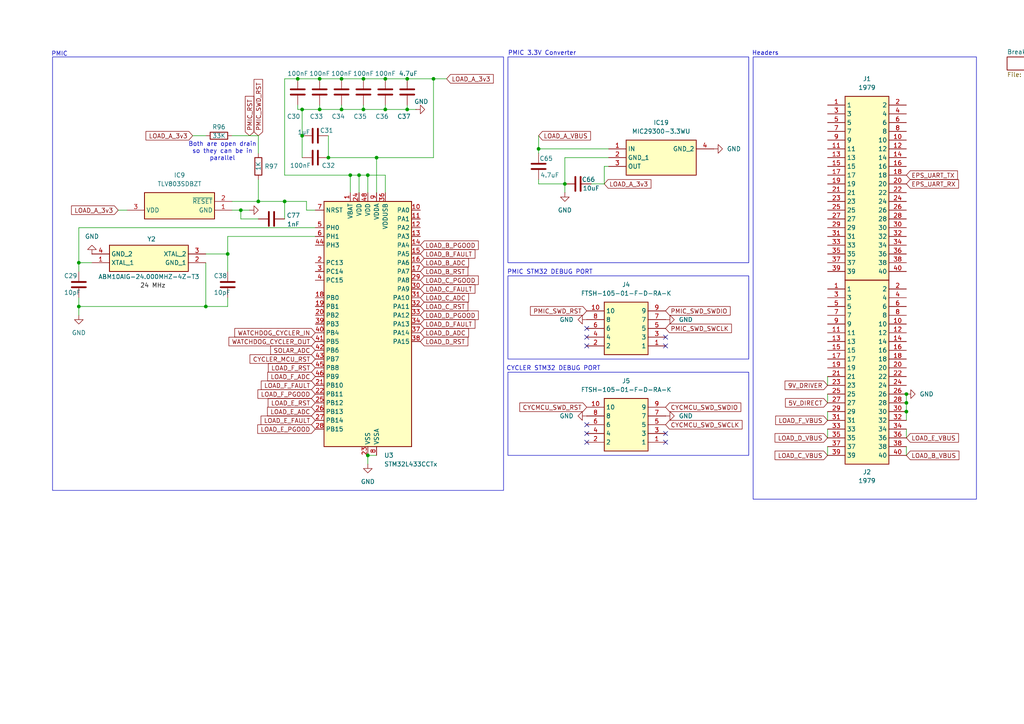
<source format=kicad_sch>
(kicad_sch (version 20231120) (generator "eeschema") (generator_version "8.0")
  (paper "A4")
  (title_block (title "Medford's CubeSat - Electrical Power System - Logic"))
  (lib_symbols
    (symbol "1979:1979"
      (property "Reference" "J" (at 19.05 7.62 0))
      (property "Value" "1979" (at 19.05 5.08 0))
      (symbol "1979_1_1"
        (rectangle (start 5.08 2.54) (end 17.78 -50.8) (stroke (width 0.254)) (fill (type background)))
        (pin passive line (at 0 0 0) (length 5.08) (name "1") (number "1"))
        (pin passive line (at 22.86 -10.16 180) (length 5.08) (name "10") (number "10"))
        (pin passive line (at 0 -12.7 0) (length 5.08) (name "11") (number "11"))
        (pin passive line (at 22.86 -12.7 180) (length 5.08) (name "12") (number "12"))
        (pin passive line (at 0 -15.24 0) (length 5.08) (name "13") (number "13"))
        (pin passive line (at 22.86 -15.24 180) (length 5.08) (name "14") (number "14"))
        (pin passive line (at 0 -17.78 0) (length 5.08) (name "15") (number "15"))
        (pin passive line (at 22.86 -17.78 180) (length 5.08) (name "16") (number "16"))
        (pin passive line (at 0 -20.32 0) (length 5.08) (name "17") (number "17"))
        (pin passive line (at 22.86 -20.32 180) (length 5.08) (name "18") (number "18"))
        (pin passive line (at 0 -22.86 0) (length 5.08) (name "19") (number "19"))
        (pin passive line (at 22.86 0 180) (length 5.08) (name "2") (number "2"))
        (pin passive line (at 22.86 -22.86 180) (length 5.08) (name "20") (number "20"))
        (pin passive line (at 0 -25.4 0) (length 5.08) (name "21") (number "21"))
        (pin passive line (at 22.86 -25.4 180) (length 5.08) (name "22") (number "22"))
        (pin passive line (at 0 -27.94 0) (length 5.08) (name "23") (number "23"))
        (pin passive line (at 22.86 -27.94 180) (length 5.08) (name "24") (number "24"))
        (pin passive line (at 0 -30.48 0) (length 5.08) (name "25") (number "25"))
        (pin passive line (at 22.86 -30.48 180) (length 5.08) (name "26") (number "26"))
        (pin passive line (at 0 -33.02 0) (length 5.08) (name "27") (number "27"))
        (pin passive line (at 22.86 -33.02 180) (length 5.08) (name "28") (number "28"))
        (pin passive line (at 0 -35.56 0) (length 5.08) (name "29") (number "29"))
        (pin passive line (at 0 -2.54 0) (length 5.08) (name "3") (number "3"))
        (pin passive line (at 22.86 -35.56 180) (length 5.08) (name "30") (number "30"))
        (pin passive line (at 0 -38.1 0) (length 5.08) (name "31") (number "31"))
        (pin passive line (at 22.86 -38.1 180) (length 5.08) (name "32") (number "32"))
        (pin passive line (at 0 -40.64 0) (length 5.08) (name "33") (number "33"))
        (pin passive line (at 22.86 -40.64 180) (length 5.08) (name "34") (number "34"))
        (pin passive line (at 0 -43.18 0) (length 5.08) (name "35") (number "35"))
        (pin passive line (at 22.86 -43.18 180) (length 5.08) (name "36") (number "36"))
        (pin passive line (at 0 -45.72 0) (length 5.08) (name "37") (number "37"))
        (pin passive line (at 22.86 -45.72 180) (length 5.08) (name "38") (number "38"))
        (pin passive line (at 0 -48.26 0) (length 5.08) (name "39") (number "39"))
        (pin passive line (at 22.86 -2.54 180) (length 5.08) (name "4") (number "4"))
        (pin passive line (at 22.86 -48.26 180) (length 5.08) (name "40") (number "40"))
        (pin passive line (at 0 -5.08 0) (length 5.08) (name "5") (number "5"))
        (pin passive line (at 22.86 -5.08 180) (length 5.08) (name "6") (number "6"))
        (pin passive line (at 0 -7.62 0) (length 5.08) (name "7") (number "7"))
        (pin passive line (at 22.86 -7.62 180) (length 5.08) (name "8") (number "8"))
        (pin passive line (at 0 -10.16 0) (length 5.08) (name "9") (number "9"))
      )
    )
    (symbol "ABM10AIG-24_000MHZ-4Z-T3:ABM10AIG-24.000MHZ-4Z-T3"
      (property "Reference" "Y" (at 29.21 7.62 0))
      (property "Value" "ABM10AIG-24.000MHZ-4Z-T3" (at 29.21 5.08 0))
      (symbol "ABM10AIG-24.000MHZ-4Z-T3_1_1"
        (rectangle (start 5.08 2.54) (end 27.94 -5.08) (stroke (width 0.254)) (fill (type background)))
        (pin passive line (at 0 -2.54 0) (length 5.08) (name "XTAL_1") (number "1"))
        (pin passive line (at 33.02 -2.54 180) (length 5.08) (name "GND_1") (number "2"))
        (pin passive line (at 33.02 0 180) (length 5.08) (name "XTAL_2") (number "3"))
        (pin passive line (at 0 0 0) (length 5.08) (name "GND_2") (number "4"))
      )
    )
    (symbol "Device:C" (pin_numbers hide) (pin_names (offset 0.254))
      (property "Reference" "C" (at 0.635 2.54 0))
      (property "Value" "C" (at 0.635 -2.54 0))
      (symbol "C_0_1"
        (polyline (pts (xy -2.032 -0.762) (xy 2.032 -0.762)) (stroke (width 0.508)))
        (polyline (pts (xy -2.032 0.762) (xy 2.032 0.762)) (stroke (width 0.508)))
      )
      (symbol "C_1_1"
        (pin passive line (at 0 3.81 270) (length 2.794) (name "~") (number "1"))
        (pin passive line (at 0 -3.81 90) (length 2.794) (name "~") (number "2"))
      )
    )
    (symbol "Device:R" (pin_numbers hide) (pin_names (offset 0))
      (property "Reference" "R" (at 2.032 0 90))
      (property "Value" "R" (at 0 0 90))
      (symbol "R_0_1"
        (rectangle (start -1.016 -2.54) (end 1.016 2.54) (stroke (width 0.254)))
      )
      (symbol "R_1_1"
        (pin passive line (at 0 3.81 270) (length 1.27) (name "~") (number "1"))
        (pin passive line (at 0 -3.81 90) (length 1.27) (name "~") (number "2"))
      )
    )
    (symbol "FTSH-105-01-F-D-RA-K:FTSH-105-01-F-D-RA-K"
      (property "Reference" "J" (at 19.05 7.62 0))
      (property "Value" "FTSH-105-01-F-D-RA-K" (at 19.05 5.08 0))
      (symbol "FTSH-105-01-F-D-RA-K_1_1"
        (rectangle (start 5.08 2.54) (end 17.78 -12.7) (stroke (width 0.254)) (fill (type background)))
        (pin passive line (at 0 0 0) (length 5.08) (name "1") (number "1"))
        (pin passive line (at 22.86 -10.16 180) (length 5.08) (name "10") (number "10"))
        (pin passive line (at 22.86 0 180) (length 5.08) (name "2") (number "2"))
        (pin passive line (at 0 -2.54 0) (length 5.08) (name "3") (number "3"))
        (pin passive line (at 22.86 -2.54 180) (length 5.08) (name "4") (number "4"))
        (pin passive line (at 0 -5.08 0) (length 5.08) (name "5") (number "5"))
        (pin passive line (at 22.86 -5.08 180) (length 5.08) (name "6") (number "6"))
        (pin passive line (at 0 -7.62 0) (length 5.08) (name "7") (number "7"))
        (pin passive line (at 22.86 -7.62 180) (length 5.08) (name "8") (number "8"))
        (pin passive line (at 0 -10.16 0) (length 5.08) (name "9") (number "9"))
      )
    )
    (symbol "MCU_ST_STM32L4:STM32L433CCTx"
      (property "Reference" "U" (at -12.7 36.83 0))
      (property "Value" "STM32L433CCTx" (at 7.62 36.83 0))
      (symbol "STM32L433CCTx_0_1"
        (rectangle (start -12.7 -35.56) (end 12.7 35.56) (stroke (width 0.254)) (fill (type background)))
      )
      (symbol "STM32L433CCTx_1_1"
        (pin power_in line (at -5.08 38.1 270) (length 2.54) (name "VBAT") (number "1"))
        (pin bidirectional line (at 15.24 33.02 180) (length 2.54) (name "PA0") (number "10"))
        (pin bidirectional line (at 15.24 30.48 180) (length 2.54) (name "PA1") (number "11"))
        (pin bidirectional line (at 15.24 27.94 180) (length 2.54) (name "PA2") (number "12"))
        (pin bidirectional line (at 15.24 25.4 180) (length 2.54) (name "PA3") (number "13"))
        (pin bidirectional line (at 15.24 22.86 180) (length 2.54) (name "PA4") (number "14"))
        (pin bidirectional line (at 15.24 20.32 180) (length 2.54) (name "PA5") (number "15"))
        (pin bidirectional line (at 15.24 17.78 180) (length 2.54) (name "PA6") (number "16"))
        (pin bidirectional line (at 15.24 15.24 180) (length 2.54) (name "PA7") (number "17"))
        (pin bidirectional line (at -15.24 7.62 0) (length 2.54) (name "PB0") (number "18"))
        (pin bidirectional line (at -15.24 5.08 0) (length 2.54) (name "PB1") (number "19"))
        (pin bidirectional line (at -15.24 17.78 0) (length 2.54) (name "PC13") (number "2"))
        (pin bidirectional line (at -15.24 2.54 0) (length 2.54) (name "PB2") (number "20"))
        (pin bidirectional line (at -15.24 -17.78 0) (length 2.54) (name "PB10") (number "21"))
        (pin bidirectional line (at -15.24 -20.32 0) (length 2.54) (name "PB11") (number "22"))
        (pin power_in line (at 0 -38.1 90) (length 2.54) (name "VSS") (number "23"))
        (pin power_in line (at -2.54 38.1 270) (length 2.54) (name "VDD") (number "24"))
        (pin bidirectional line (at -15.24 -22.86 0) (length 2.54) (name "PB12") (number "25"))
        (pin bidirectional line (at -15.24 -25.4 0) (length 2.54) (name "PB13") (number "26"))
        (pin bidirectional line (at -15.24 -27.94 0) (length 2.54) (name "PB14") (number "27"))
        (pin bidirectional line (at -15.24 -30.48 0) (length 2.54) (name "PB15") (number "28"))
        (pin bidirectional line (at 15.24 12.7 180) (length 2.54) (name "PA8") (number "29"))
        (pin bidirectional line (at -15.24 15.24 0) (length 2.54) (name "PC14") (number "3"))
        (pin bidirectional line (at 15.24 10.16 180) (length 2.54) (name "PA9") (number "30"))
        (pin bidirectional line (at 15.24 7.62 180) (length 2.54) (name "PA10") (number "31"))
        (pin bidirectional line (at 15.24 5.08 180) (length 2.54) (name "PA11") (number "32"))
        (pin bidirectional line (at 15.24 2.54 180) (length 2.54) (name "PA12") (number "33"))
        (pin bidirectional line (at 15.24 0 180) (length 2.54) (name "PA13") (number "34"))
        (pin passive line (at 0 -38.1 90) (length 2.54) hide (name "VSS") (number "35"))
        (pin power_in line (at 5.08 38.1 270) (length 2.54) (name "VDDUSB") (number "36"))
        (pin bidirectional line (at 15.24 -2.54 180) (length 2.54) (name "PA14") (number "37"))
        (pin bidirectional line (at 15.24 -5.08 180) (length 2.54) (name "PA15") (number "38"))
        (pin bidirectional line (at -15.24 0 0) (length 2.54) (name "PB3") (number "39"))
        (pin bidirectional line (at -15.24 12.7 0) (length 2.54) (name "PC15") (number "4"))
        (pin bidirectional line (at -15.24 -2.54 0) (length 2.54) (name "PB4") (number "40"))
        (pin bidirectional line (at -15.24 -5.08 0) (length 2.54) (name "PB5") (number "41"))
        (pin bidirectional line (at -15.24 -7.62 0) (length 2.54) (name "PB6") (number "42"))
        (pin bidirectional line (at -15.24 -10.16 0) (length 2.54) (name "PB7") (number "43"))
        (pin bidirectional line (at -15.24 22.86 0) (length 2.54) (name "PH3") (number "44"))
        (pin bidirectional line (at -15.24 -12.7 0) (length 2.54) (name "PB8") (number "45"))
        (pin bidirectional line (at -15.24 -15.24 0) (length 2.54) (name "PB9") (number "46"))
        (pin passive line (at 0 -38.1 90) (length 2.54) hide (name "VSS") (number "47"))
        (pin power_in line (at 0 38.1 270) (length 2.54) (name "VDD") (number "48"))
        (pin bidirectional line (at -15.24 27.94 0) (length 2.54) (name "PH0") (number "5"))
        (pin bidirectional line (at -15.24 25.4 0) (length 2.54) (name "PH1") (number "6"))
        (pin input line (at -15.24 33.02 0) (length 2.54) (name "NRST") (number "7"))
        (pin power_in line (at 2.54 -38.1 90) (length 2.54) (name "VSSA") (number "8"))
        (pin power_in line (at 2.54 38.1 270) (length 2.54) (name "VDDA") (number "9"))
      )
    )
    (symbol "MIC29300-3_3WU:MIC29300-3.3WU"
      (property "Reference" "IC" (at 26.67 7.62 0))
      (property "Value" "MIC29300-3.3WU" (at 26.67 5.08 0))
      (symbol "MIC29300-3.3WU_1_1"
        (rectangle (start 5.08 2.54) (end 25.4 -7.62) (stroke (width 0.254)) (fill (type background)))
        (pin passive line (at 0 0 0) (length 5.08) (name "IN") (number "1"))
        (pin passive line (at 0 -2.54 0) (length 5.08) (name "GND_1") (number "2"))
        (pin passive line (at 0 -5.08 0) (length 5.08) (name "OUT") (number "3"))
        (pin passive line (at 30.48 0 180) (length 5.08) (name "GND_2") (number "4"))
      )
    )
    (symbol "TLV803SDBZT:TLV803SDBZT"
      (property "Reference" "IC" (at 26.67 7.62 0))
      (property "Value" "TLV803SDBZT" (at 26.67 5.08 0))
      (symbol "TLV803SDBZT_1_1"
        (rectangle (start 5.08 2.54) (end 25.4 -5.08) (stroke (width 0.254)) (fill (type background)))
        (pin power_in line (at 0 0 0) (length 5.08) (name "GND") (number "1"))
        (pin output line (at 0 -2.54 0) (length 5.08) (name "~{RESET}") (number "2"))
        (pin power_in line (at 30.48 0 180) (length 5.08) (name "VDD") (number "3"))
      )
    )
    (symbol "power:GND" (power) (pin_numbers hide) (pin_names (offset 0) hide)
      (property "Value" "GND" (at 0 -3.81 0))
      (symbol "GND_0_1"
        (polyline (pts (xy 0 0) (xy 0 -1.27) (xy 1.27 -1.27) (xy 0 -2.54) (xy -1.27 -1.27) (xy 0 -1.27)))
      )
      (symbol "GND_1_1"
        (pin power_in line (at 0 0 270) (length 0) (name "~") (number "1"))
      )
    )
  )
  (junction (at 86.36 22.86))
  (junction (at 105.41 22.86))
  (junction (at 92.71 22.86))
  (junction (at 69.85 60.96))
  (junction (at 99.06 31.75))
  (junction (at 87.63 31.75))
  (junction (at 262.89 114.3))
  (junction (at 66.04 73.66))
  (junction (at 156.21 43.18))
  (junction (at 118.11 22.86))
  (junction (at 111.76 31.75))
  (junction (at 101.6 50.8))
  (junction (at 106.68 50.8))
  (junction (at 104.14 50.8))
  (junction (at 59.69 88.9))
  (junction (at 111.76 22.86))
  (junction (at 105.41 31.75))
  (junction (at 118.11 31.75))
  (junction (at 22.86 76.2))
  (junction (at 74.93 58.42))
  (junction (at 95.25 45.72))
  (junction (at 22.86 88.9))
  (junction (at 125.73 22.86))
  (junction (at 262.89 116.84))
  (junction (at 106.68 132.08))
  (junction (at 87.63 39.37))
  (junction (at 99.06 22.86))
  (junction (at 262.89 119.38))
  (junction (at 163.83 53.34))
  (junction (at 82.55 58.42))
  (junction (at 92.71 31.75))
  (junction (at 109.22 45.72))
  (no_connect (at 170.18 123.19))
  (no_connect (at 193.04 100.33))
  (no_connect (at 170.18 128.27))
  (no_connect (at 193.04 128.27))
  (no_connect (at 170.18 97.79))
  (no_connect (at 193.04 97.79))
  (no_connect (at 170.18 125.73))
  (no_connect (at 193.04 125.73))
  (no_connect (at 170.18 95.25))
  (no_connect (at 170.18 100.33))
  (wire (pts (xy 262.89 124.46) (xy 262.89 127)))
  (wire (pts (xy 156.21 43.18) (xy 176.53 43.18)))
  (wire (pts (xy 99.06 22.86) (xy 92.71 22.86)))
  (wire (pts (xy 74.93 58.42) (xy 67.31 58.42)))
  (wire (pts (xy 106.68 132.08) (xy 109.22 132.08)))
  (wire (pts (xy 111.76 22.86) (xy 105.41 22.86)))
  (wire (pts (xy 111.76 31.75) (xy 111.76 30.48)))
  (wire (pts (xy 118.11 31.75) (xy 120.65 31.75)))
  (wire (pts (xy 87.63 39.37) (xy 87.63 45.72)))
  (wire (pts (xy 92.71 31.75) (xy 87.63 31.75)))
  (wire (pts (xy 104.14 50.8) (xy 101.6 50.8)))
  (wire (pts (xy 262.89 119.38) (xy 262.89 121.92)))
  (wire (pts (xy 262.89 116.84) (xy 262.89 119.38)))
  (wire (pts (xy 118.11 31.75) (xy 118.11 30.48)))
  (wire (pts (xy 240.03 129.54) (xy 240.03 132.08)))
  (wire (pts (xy 156.21 52.07) (xy 156.21 53.34)))
  (wire (pts (xy 22.86 76.2) (xy 26.67 76.2)))
  (wire (pts (xy 104.14 50.8) (xy 104.14 55.88)))
  (wire (pts (xy 82.55 22.86) (xy 82.55 50.8)))
  (wire (pts (xy 129.54 22.86) (xy 125.73 22.86)))
  (wire (pts (xy 163.83 55.88) (xy 163.83 53.34)))
  (wire (pts (xy 82.55 50.8) (xy 101.6 50.8)))
  (wire (pts (xy 66.04 68.58) (xy 66.04 73.66)))
  (wire (pts (xy 106.68 50.8) (xy 106.68 55.88)))
  (wire (pts (xy 101.6 50.8) (xy 101.6 55.88)))
  (wire (pts (xy 105.41 31.75) (xy 105.41 30.48)))
  (wire (pts (xy 22.86 88.9) (xy 59.69 88.9)))
  (wire (pts (xy 92.71 22.86) (xy 86.36 22.86)))
  (wire (pts (xy 69.85 60.96) (xy 67.31 60.96)))
  (wire (pts (xy 240.03 109.22) (xy 240.03 111.76)))
  (wire (pts (xy 262.89 114.3) (xy 262.89 116.84)))
  (wire (pts (xy 59.69 76.2) (xy 59.69 88.9)))
  (wire (pts (xy 59.69 88.9) (xy 66.04 88.9)))
  (wire (pts (xy 109.22 45.72) (xy 125.73 45.72)))
  (wire (pts (xy 74.93 52.07) (xy 74.93 58.42)))
  (wire (pts (xy 156.21 39.37) (xy 156.21 43.18)))
  (wire (pts (xy 66.04 73.66) (xy 66.04 78.74)))
  (wire (pts (xy 82.55 58.42) (xy 88.9 58.42)))
  (wire (pts (xy 240.03 119.38) (xy 240.03 121.92)))
  (wire (pts (xy 87.63 31.75) (xy 87.63 39.37)))
  (wire (pts (xy 175.26 48.26) (xy 175.26 53.34)))
  (wire (pts (xy 34.29 60.96) (xy 36.83 60.96)))
  (wire (pts (xy 92.71 30.48) (xy 92.71 31.75)))
  (wire (pts (xy 95.25 45.72) (xy 109.22 45.72)))
  (wire (pts (xy 118.11 22.86) (xy 125.73 22.86)))
  (wire (pts (xy 105.41 31.75) (xy 111.76 31.75)))
  (wire (pts (xy 74.93 39.37) (xy 74.93 44.45)))
  (wire (pts (xy 156.21 53.34) (xy 163.83 53.34)))
  (wire (pts (xy 66.04 86.36) (xy 66.04 88.9)))
  (wire (pts (xy 95.25 39.37) (xy 95.25 45.72)))
  (wire (pts (xy 118.11 22.86) (xy 111.76 22.86)))
  (wire (pts (xy 72.39 60.96) (xy 69.85 60.96)))
  (wire (pts (xy 106.68 132.08) (xy 106.68 134.62)))
  (wire (pts (xy 22.86 76.2) (xy 22.86 78.74)))
  (wire (pts (xy 74.93 58.42) (xy 82.55 58.42)))
  (wire (pts (xy 99.06 31.75) (xy 99.06 30.48)))
  (wire (pts (xy 175.26 48.26) (xy 176.53 48.26)))
  (wire (pts (xy 99.06 31.75) (xy 105.41 31.75)))
  (wire (pts (xy 69.85 63.5) (xy 69.85 60.96)))
  (wire (pts (xy 66.04 68.58) (xy 91.44 68.58)))
  (wire (pts (xy 22.86 66.04) (xy 91.44 66.04)))
  (wire (pts (xy 106.68 50.8) (xy 111.76 50.8)))
  (wire (pts (xy 22.86 66.04) (xy 22.86 76.2)))
  (wire (pts (xy 175.26 53.34) (xy 171.45 53.34)))
  (wire (pts (xy 163.83 53.34) (xy 163.83 45.72)))
  (wire (pts (xy 111.76 50.8) (xy 111.76 55.88)))
  (wire (pts (xy 82.55 22.86) (xy 86.36 22.86)))
  (wire (pts (xy 156.21 43.18) (xy 156.21 44.45)))
  (wire (pts (xy 67.31 39.37) (xy 74.93 39.37)))
  (wire (pts (xy 88.9 60.96) (xy 91.44 60.96)))
  (wire (pts (xy 262.89 129.54) (xy 262.89 132.08)))
  (wire (pts (xy 22.86 88.9) (xy 22.86 91.44)))
  (wire (pts (xy 74.93 63.5) (xy 69.85 63.5)))
  (wire (pts (xy 59.69 73.66) (xy 66.04 73.66)))
  (wire (pts (xy 111.76 31.75) (xy 118.11 31.75)))
  (wire (pts (xy 86.36 31.75) (xy 86.36 30.48)))
  (wire (pts (xy 87.63 31.75) (xy 86.36 31.75)))
  (wire (pts (xy 163.83 45.72) (xy 176.53 45.72)))
  (wire (pts (xy 22.86 86.36) (xy 22.86 88.9)))
  (wire (pts (xy 105.41 22.86) (xy 99.06 22.86)))
  (wire (pts (xy 125.73 22.86) (xy 125.73 45.72)))
  (wire (pts (xy 59.69 39.37) (xy 55.88 39.37)))
  (wire (pts (xy 92.71 31.75) (xy 99.06 31.75)))
  (wire (pts (xy 240.03 124.46) (xy 240.03 127)))
  (wire (pts (xy 240.03 114.3) (xy 240.03 116.84)))
  (wire (pts (xy 104.14 50.8) (xy 106.68 50.8)))
  (wire (pts (xy 109.22 45.72) (xy 109.22 55.88)))
  (wire (pts (xy 82.55 58.42) (xy 82.55 63.5)))
  (wire (pts (xy 88.9 58.42) (xy 88.9 60.96)))
  (rectangle (start 147.32 107.95) (end 217.17 132.08))
  (rectangle (start 218.44 16.51) (end 283.21 144.78))
  (rectangle (start 15.24 16.51) (end 146.05 142.24))
  (rectangle (start 147.32 16.51) (end 217.17 76.2))
  (rectangle (start 147.32 80.01) (end 217.17 104.14))
  (text "Both are open drain\nso they can be in\nparallel" (at 64.516 43.942 0) (effects (font (size 1.27 1.27))))
  (text "Headers" (at 221.996 15.494 0) (effects (font (size 1.27 1.27))))
  (text "CYCLER STM32 DEBUG PORT" (at 160.528 106.934 0) (effects (font (size 1.27 1.27))))
  (text "PMIC 3.3V Converter" (at 157.226 15.494 0) (effects (font (size 1.27 1.27))))
  (text "PMIC" (at 17.272 15.748 0) (effects (font (size 1.27 1.27))))
  (text "PMIC STM32 DEBUG PORT" (at 159.512 78.994 0) (effects (font (size 1.27 1.27))))
  (label "24 MHz" (at 40.64 83.82 0))
  (global_label "CYCLER_MCU_RST" (shape input) (at 91.44 104.14 180) (property "Intersheetrefs" "${INTERSHEET_REFS}" (effects (hide yes))))
  (global_label "9V_DRIVER" (shape input) (at 240.03 111.76 180) (property "Intersheetrefs" "${INTERSHEET_REFS}" (effects (hide yes))))
  (global_label "LOAD_B_ADC" (shape input) (at 121.92 76.2 0) (property "Intersheetrefs" "${INTERSHEET_REFS}" (effects (hide yes))))
  (global_label "LOAD_E_PGOOD" (shape input) (at 91.44 124.46 180) (property "Intersheetrefs" "${INTERSHEET_REFS}" (effects (hide yes))))
  (global_label "SOLAR_ADC" (shape input) (at 91.44 101.6 180) (property "Intersheetrefs" "${INTERSHEET_REFS}" (effects (hide yes))))
  (global_label "LOAD_D_FAULT" (shape input) (at 121.92 93.98 0) (property "Intersheetrefs" "${INTERSHEET_REFS}" (effects (hide yes))))
  (global_label "LOAD_C_VBUS" (shape input) (at 240.03 132.08 180) (property "Intersheetrefs" "${INTERSHEET_REFS}" (effects (hide yes))))
  (global_label "LOAD_E_ADC" (shape input) (at 91.44 119.38 180) (property "Intersheetrefs" "${INTERSHEET_REFS}" (effects (hide yes))))
  (global_label "LOAD_E_RST" (shape input) (at 91.44 116.84 180) (property "Intersheetrefs" "${INTERSHEET_REFS}" (effects (hide yes))))
  (global_label "EPS_UART_RX" (shape input) (at 262.89 53.34 0) (property "Intersheetrefs" "${INTERSHEET_REFS}" (effects (hide yes))))
  (global_label "WATCHDOG_CYCLER_IN" (shape input) (at 91.44 96.52 180) (property "Intersheetrefs" "${INTERSHEET_REFS}" (effects (hide yes))))
  (global_label "LOAD_F_ADC" (shape input) (at 91.44 109.22 180) (property "Intersheetrefs" "${INTERSHEET_REFS}" (effects (hide yes))))
  (global_label "LOAD_E_VBUS" (shape input) (at 262.89 127 0) (property "Intersheetrefs" "${INTERSHEET_REFS}" (effects (hide yes))))
  (global_label "LOAD_E_FAULT" (shape input) (at 91.44 121.92 180) (property "Intersheetrefs" "${INTERSHEET_REFS}" (effects (hide yes))))
  (global_label "5V_DIRECT" (shape input) (at 240.03 116.84 180) (property "Intersheetrefs" "${INTERSHEET_REFS}" (effects (hide yes))))
  (global_label "CYCMCU_SWD_SWDIO" (shape input) (at 193.04 118.11 0) (property "Intersheetrefs" "${INTERSHEET_REFS}" (effects (hide yes))))
  (global_label "LOAD_B_FAULT" (shape input) (at 121.92 73.66 0) (property "Intersheetrefs" "${INTERSHEET_REFS}" (effects (hide yes))))
  (global_label "LOAD_D_VBUS" (shape input) (at 240.03 127 180) (property "Intersheetrefs" "${INTERSHEET_REFS}" (effects (hide yes))))
  (global_label "LOAD_B_PGOOD" (shape input) (at 121.92 71.12 0) (property "Intersheetrefs" "${INTERSHEET_REFS}" (effects (hide yes))))
  (global_label "LOAD_C_RST" (shape input) (at 121.92 88.9 0) (property "Intersheetrefs" "${INTERSHEET_REFS}" (effects (hide yes))))
  (global_label "WATCHDOG_CYCLER_OUT" (shape input) (at 91.44 99.06 180) (property "Intersheetrefs" "${INTERSHEET_REFS}" (effects (hide yes))))
  (global_label "PMIC_SWD_SWCLK" (shape input) (at 193.04 95.25 0) (property "Intersheetrefs" "${INTERSHEET_REFS}" (effects (hide yes))))
  (global_label "LOAD_A_3v3" (shape input) (at 129.54 22.86 0) (property "Intersheetrefs" "${INTERSHEET_REFS}" (effects (hide yes))))
  (global_label "LOAD_A_3v3" (shape input) (at 55.88 39.37 180) (property "Intersheetrefs" "${INTERSHEET_REFS}" (effects (hide yes))))
  (global_label "LOAD_A_3v3" (shape input) (at 175.26 53.34 0) (property "Intersheetrefs" "${INTERSHEET_REFS}" (effects (hide yes))))
  (global_label "CYCMCU_SWD_RST" (shape input) (at 170.18 118.11 180) (property "Intersheetrefs" "${INTERSHEET_REFS}" (effects (hide yes))))
  (global_label "LOAD_D_RST" (shape input) (at 121.92 99.06 0) (property "Intersheetrefs" "${INTERSHEET_REFS}" (effects (hide yes))))
  (global_label "LOAD_B_VBUS" (shape input) (at 262.89 132.08 0) (property "Intersheetrefs" "${INTERSHEET_REFS}" (effects (hide yes))))
  (global_label "LOAD_C_ADC" (shape input) (at 121.92 86.36 0) (property "Intersheetrefs" "${INTERSHEET_REFS}" (effects (hide yes))))
  (global_label "EPS_UART_TX" (shape input) (at 262.89 50.8 0) (property "Intersheetrefs" "${INTERSHEET_REFS}" (effects (hide yes))))
  (global_label "CYCMCU_SWD_SWCLK" (shape input) (at 193.04 123.19 0) (property "Intersheetrefs" "${INTERSHEET_REFS}" (effects (hide yes))))
  (global_label "PMIC_SWD_SWDIO" (shape input) (at 193.04 90.17 0) (property "Intersheetrefs" "${INTERSHEET_REFS}" (effects (hide yes))))
  (global_label "LOAD_A_3v3" (shape input) (at 34.29 60.96 180) (property "Intersheetrefs" "${INTERSHEET_REFS}" (effects (hide yes))))
  (global_label "LOAD_D_PGOOD" (shape input) (at 121.92 91.44 0) (property "Intersheetrefs" "${INTERSHEET_REFS}" (effects (hide yes))))
  (global_label "PMIC_RST" (shape input) (at 72.39 39.37 90) (property "Intersheetrefs" "${INTERSHEET_REFS}" (effects (hide yes))))
  (global_label "LOAD_F_FAULT" (shape input) (at 91.44 111.76 180) (property "Intersheetrefs" "${INTERSHEET_REFS}" (effects (hide yes))))
  (global_label "LOAD_C_PGOOD" (shape input) (at 121.92 81.28 0) (property "Intersheetrefs" "${INTERSHEET_REFS}" (effects (hide yes))))
  (global_label "LOAD_F_VBUS" (shape input) (at 240.03 121.92 180) (property "Intersheetrefs" "${INTERSHEET_REFS}" (effects (hide yes))))
  (global_label "PMIC_SWD_RST" (shape input) (at 170.18 90.17 180) (property "Intersheetrefs" "${INTERSHEET_REFS}" (effects (hide yes))))
  (global_label "LOAD_C_FAULT" (shape input) (at 121.92 83.82 0) (property "Intersheetrefs" "${INTERSHEET_REFS}" (effects (hide yes))))
  (global_label "LOAD_F_RST" (shape input) (at 91.44 106.68 180) (property "Intersheetrefs" "${INTERSHEET_REFS}" (effects (hide yes))))
  (global_label "PMIC_SWD_RST" (shape input) (at 74.93 39.37 90) (property "Intersheetrefs" "${INTERSHEET_REFS}" (effects (hide yes))))
  (global_label "LOAD_F_PGOOD" (shape input) (at 91.44 114.3 180) (property "Intersheetrefs" "${INTERSHEET_REFS}" (effects (hide yes))))
  (global_label "LOAD_D_ADC" (shape input) (at 121.92 96.52 0) (property "Intersheetrefs" "${INTERSHEET_REFS}" (effects (hide yes))))
  (global_label "LOAD_A_VBUS" (shape input) (at 156.21 39.37 0) (property "Intersheetrefs" "${INTERSHEET_REFS}" (effects (hide yes))))
  (global_label "LOAD_B_RST" (shape input) (at 121.92 78.74 0) (property "Intersheetrefs" "${INTERSHEET_REFS}" (effects (hide yes))))
  (symbol (lib_id "MIC29300-3_3WU:MIC29300-3.3WU") (at 176.53 43.18 0) (unit 1)
    (property "Reference" "IC19" (at 191.77 35.56 0))
    (property "Value" "MIC29300-3.3WU" (at 191.77 38.1 0))
    (property "Footprint" "MIC2930033WU" (effects (hide yes)))
    (property "Datasheet" "http://www.microchip.com/mymicrochip/filehandler.aspx?ddocname=en580805" (effects (hide yes)))
    (property "Description" "LDO Voltage Regulators 3.0A LDO Fixed Voltage" (effects (hide yes)))
    (property "Height" "4.61" (effects (hide yes)))
    (property "Mouser Part Number" "998-MIC29300-3.3WU" (effects (hide yes)))
    (property "Mouser Price/Stock" "https://www.mouser.co.uk/ProductDetail/Microchip-Technology/MIC29300-3.3WU?qs=kh6iOki%2FeLFM4gSMQ3MufA%3D%3D" (effects (hide yes)))
    (property "Manufacturer_Name" "Microchip" (effects (hide yes)))
    (property "Manufacturer_Part_Number" "MIC29300-3.3WU" (effects (hide yes)))
  )
  (symbol (lib_id "Device:R") (at 74.93 48.26 0) (unit 1)
    (property "Reference" "R97" (at 76.708 48.26 0) (effects (justify left)))
    (property "Value" "1K" (at 74.93 49.53 90) (effects (justify left)))
    (property "Description" "Resistor" (effects (hide yes)))
  )
  (symbol (lib_id "Device:C") (at 78.74 63.5 90) (unit 1)
    (property "Reference" "C77" (at 85.09 62.484 90))
    (property "Value" "1nF" (at 85.09 65.024 90))
    (property "Description" "Unpolarized capacitor" (effects (hide yes)))
  )
  (symbol (lib_id "MCU_ST_STM32L4:STM32L433CCTx") (at 106.68 93.98 0) (unit 1)
    (property "Reference" "U3" (at 111.4141 132.08 0) (effects (justify left)))
    (property "Value" "STM32L433CCTx" (at 111.4141 134.62 0) (effects (justify left)))
    (property "Footprint" "Package_QFP:LQFP-48_7x7mm_P0.5mm" (effects (hide yes)))
    (property "Datasheet" "https://www.st.com/resource/en/datasheet/stm32l433cc.pdf" (effects (hide yes)))
    (property "Description" "STMicroelectronics Arm Cortex-M4 MCU, 256KB flash, 64KB RAM, 80 MHz, 1.71-3.6V, 38 GPIO, LQFP48" (effects (hide yes)))
  )
  (symbol (lib_id "power:GND") (at 72.39 60.96 90) (unit 1)
    (property "Reference" "#PWR041" (effects (hide yes)))
    (property "Value" "GND" (effects (hide yes)))
    (property "Description" "Power symbol creates a global label with name \"GND\" , ground" (effects (hide yes)))
  )
  (symbol (lib_id "Device:C") (at 105.41 26.67 180) (unit 1)
    (property "Reference" "C35" (at 106.426 33.782 0) (effects (justify left)))
    (property "Value" "100nF" (at 108.458 21.336 0) (effects (justify left)))
    (property "Description" "Unpolarized capacitor" (effects (hide yes)))
  )
  (symbol (lib_id "power:GND") (at 170.18 92.71 270) (unit 1)
    (property "Reference" "#PWR070" (effects (hide yes)))
    (property "Value" "GND" (at 166.37 92.7099 90) (effects (justify right)))
    (property "Description" "Power symbol creates a global label with name \"GND\" , ground" (effects (hide yes)))
  )
  (symbol (lib_id "Device:C") (at 167.64 53.34 270) (unit 1)
    (property "Reference" "C66" (at 170.688 52.07 90))
    (property "Value" "10uF" (at 171.45 54.61 90))
    (property "Description" "Unpolarized capacitor" (effects (hide yes)))
  )
  (symbol (lib_id "ABM10AIG-24_000MHZ-4Z-T3:ABM10AIG-24.000MHZ-4Z-T3") (at 26.67 73.66 0) (unit 1)
    (property "Reference" "Y2" (at 43.942 69.342 0))
    (property "Value" "ABM10AIG-24.000MHZ-4Z-T3" (at 43.18 80.264 0))
    (property "Footprint" "ABM10AIG" (effects (hide yes)))
    (property "Datasheet" "https://abracon.com/AIGcrystals/ABM10AIG.pdf" (effects (hide yes)))
    (property "Description" "MEMS Crystal Oscillator 4MHz +/-50ppm 4-Pin SMD T/R" (effects (hide yes)))
    (property "Height" "0.65" (effects (hide yes)))
    (property "Mouser Part Number" "815-M10AIG-24-4ZT3" (effects (hide yes)))
    (property "Mouser Price/Stock" "https://www.mouser.co.uk/ProductDetail/ABRACON/ABM10AIG-24.000MHZ-4Z-T3?qs=gG6m684uYP7zvUvaKaMJHA%3D%3D" (effects (hide yes)))
    (property "Manufacturer_Name" "ABRACON" (effects (hide yes)))
    (property "Manufacturer_Part_Number" "ABM10AIG-24.000MHZ-4Z-T3" (effects (hide yes)))
  )
  (symbol (lib_id "TLV803SDBZT:TLV803SDBZT") (at 67.31 60.96 180) (unit 1)
    (property "Reference" "IC9" (at 52.07 50.8 0))
    (property "Value" "TLV803SDBZT" (at 52.07 53.34 0))
    (property "Footprint" "SOT95P237X95-3N" (effects (hide yes)))
    (property "Datasheet" "http://www.ti.com/lit/ds/symlink/tlv803.pdf" (effects (hide yes)))
    (property "Description" "Texas Instruments TLV803SDBZT, Voltage Supervisor 2.99V max., 3-Pin SOT-23" (effects (hide yes)))
    (property "Height" "0.95" (effects (hide yes)))
    (property "Mouser Part Number" "595-TLV803SDBZT" (effects (hide yes)))
    (property "Mouser Price/Stock" "https://www.mouser.co.uk/ProductDetail/Texas-Instruments/TLV803SDBZT?qs=L4ss%2FyqpMWT5voC1S%2F0TPA%3D%3D" (effects (hide yes)))
    (property "Manufacturer_Name" "Texas Instruments" (effects (hide yes)))
    (property "Manufacturer_Part_Number" "TLV803SDBZT" (effects (hide yes)))
  )
  (symbol (lib_id "Device:C") (at 91.44 45.72 270) (unit 1)
    (property "Reference" "C32" (at 95.25 48.006 90))
    (property "Value" "100nF" (at 87.122 48.006 90))
    (property "Description" "Unpolarized capacitor" (effects (hide yes)))
  )
  (symbol (lib_id "Device:C") (at 99.06 26.67 180) (unit 1)
    (property "Reference" "C34" (at 100.076 33.782 0) (effects (justify left)))
    (property "Value" "100nF" (at 102.108 21.336 0) (effects (justify left)))
    (property "Description" "Unpolarized capacitor" (effects (hide yes)))
  )
  (symbol (lib_id "power:GND") (at 207.01 43.18 90) (unit 1)
    (property "Reference" "#PWR051" (effects (hide yes)))
    (property "Value" "GND" (at 210.82 43.1799 90) (effects (justify right)))
    (property "Description" "Power symbol creates a global label with name \"GND\" , ground" (effects (hide yes)))
  )
  (symbol (lib_id "power:GND") (at 26.67 73.66 180) (unit 1)
    (property "Reference" "#PWR076" (effects (hide yes)))
    (property "Value" "GND" (at 26.67 68.58 0))
    (property "Description" "Power symbol creates a global label with name \"GND\" , ground" (effects (hide yes)))
  )
  (symbol (lib_id "Device:R") (at 63.5 39.37 90) (unit 1)
    (property "Reference" "R96" (at 63.5 36.83 90))
    (property "Value" "33K" (at 63.5 39.37 90))
    (property "Description" "Resistor" (effects (hide yes)))
  )
  (symbol (lib_id "FTSH-105-01-F-D-RA-K:FTSH-105-01-F-D-RA-K") (at 193.04 100.33 180) (unit 1)
    (property "Reference" "J4" (at 181.61 82.55 0))
    (property "Value" "FTSH-105-01-F-D-RA-K" (at 181.61 85.09 0))
    (property "Footprint" "FTSH-105-XX-YYY-D-RA-K" (effects (hide yes)))
    (property "Datasheet" "https://www.digikey.ph/en/products/detail/samtec-inc/FTSH-105-01-F-D-RA-K/6678169?msockid=39f1ec84d77b6f4428b7f904d6676eed" (effects (hide yes)))
    (property "Description" "10 position, High Reliability Header Strips, 0.050&quot; pitch, Dual-Row Vertical" (effects (hide yes)))
    (property "Mouser Part Number" "200-FTSH10501FDRAK" (effects (hide yes)))
    (property "Mouser Price/Stock" "https://www.mouser.co.uk/ProductDetail/Samtec/FTSH-105-01-F-D-RA-K?qs=rU5fayqh%252BE1V1PXadoS%2Fyw%3D%3D" (effects (hide yes)))
    (property "Manufacturer_Name" "SAMTEC" (effects (hide yes)))
    (property "Manufacturer_Part_Number" "FTSH-105-01-F-D-RA-K" (effects (hide yes)))
  )
  (symbol (lib_id "Device:C") (at 86.36 26.67 180) (unit 1)
    (property "Reference" "C30" (at 87.122 33.782 0) (effects (justify left)))
    (property "Value" "100nF" (at 89.408 21.336 0) (effects (justify left)))
    (property "Description" "Unpolarized capacitor" (effects (hide yes)))
  )
  (symbol (lib_id "Device:C") (at 22.86 82.55 0) (unit 1)
    (property "Reference" "C29" (at 18.542 80.01 0) (effects (justify left)))
    (property "Value" "10pF" (at 18.542 84.836 0) (effects (justify left)))
    (property "Description" "Unpolarized capacitor" (effects (hide yes)))
  )
  (symbol (lib_id "1979:1979") (at 240.03 30.48 0) (unit 1)
    (property "Reference" "J1" (at 251.46 22.86 0))
    (property "Value" "1979" (at 251.46 25.4 0))
    (property "Footprint" "RHDR40W60P250_2X20_5100X500X2300P" (effects (hide yes)))
    (property "Datasheet" "http://media.digikey.com/pdf/Data%20Sheets/Adafruit%20PDFs/1979_Web.pdf" (effects (hide yes)))
    (property "Description" "Adafruit Accessories Stacking Header for Pi A+/B+/Pi 2/Pi 3 - 2x20 Extra Tall Header" (effects (hide yes)))
    (property "Height" "23" (effects (hide yes)))
    (property "Mouser Part Number" "485-1979" (effects (hide yes)))
    (property "Mouser Price/Stock" "https://www.mouser.co.uk/ProductDetail/Adafruit/1979?qs=GURawfaeGuAYMxpXA2w8sQ%3D%3D" (effects (hide yes)))
    (property "Manufacturer_Name" "Adafruit" (effects (hide yes)))
    (property "Manufacturer_Part_Number" "1979" (effects (hide yes)))
  )
  (symbol (lib_id "1979:1979") (at 240.03 83.82 0) (unit 1)
    (property "Reference" "J2" (at 251.46 136.906 0))
    (property "Value" "1979" (at 251.46 139.446 0))
    (property "Footprint" "RHDR40W60P250_2X20_5100X500X2300P" (effects (hide yes)))
    (property "Datasheet" "http://media.digikey.com/pdf/Data%20Sheets/Adafruit%20PDFs/1979_Web.pdf" (effects (hide yes)))
    (property "Description" "Adafruit Accessories Stacking Header for Pi A+/B+/Pi 2/Pi 3 - 2x20 Extra Tall Header" (effects (hide yes)))
    (property "Height" "23" (effects (hide yes)))
    (property "Mouser Part Number" "485-1979" (effects (hide yes)))
    (property "Mouser Price/Stock" "https://www.mouser.co.uk/ProductDetail/Adafruit/1979?qs=GURawfaeGuAYMxpXA2w8sQ%3D%3D" (effects (hide yes)))
    (property "Manufacturer_Name" "Adafruit" (effects (hide yes)))
    (property "Manufacturer_Part_Number" "1979" (effects (hide yes)))
  )
  (symbol (lib_id "power:GND") (at 120.65 31.75 90) (unit 1)
    (property "Reference" "#PWR037" (effects (hide yes)))
    (property "Value" "GND" (at 120.142 29.464 90) (effects (justify right)))
    (property "Description" "Power symbol creates a global label with name \"GND\" , ground" (effects (hide yes)))
  )
  (symbol (lib_id "power:GND") (at 193.04 120.65 90) (unit 1)
    (property "Reference" "#PWR072" (effects (hide yes)))
    (property "Value" "GND" (at 196.85 120.6499 90) (effects (justify right)))
    (property "Description" "Power symbol creates a global label with name \"GND\" , ground" (effects (hide yes)))
  )
  (symbol (lib_id "power:GND") (at 22.86 91.44 0) (unit 1)
    (property "Reference" "#PWR039" (effects (hide yes)))
    (property "Value" "GND" (at 22.86 96.52 0))
    (property "Description" "Power symbol creates a global label with name \"GND\" , ground" (effects (hide yes)))
  )
  (symbol (lib_id "Device:C") (at 66.04 82.55 0) (unit 1)
    (property "Reference" "C38" (at 61.976 80.01 0) (effects (justify left)))
    (property "Value" "10pF" (at 61.976 84.836 0) (effects (justify left)))
    (property "Description" "Unpolarized capacitor" (effects (hide yes)))
  )
  (symbol (lib_id "FTSH-105-01-F-D-RA-K:FTSH-105-01-F-D-RA-K") (at 193.04 128.27 180) (unit 1)
    (property "Reference" "J5" (at 181.61 110.49 0))
    (property "Value" "FTSH-105-01-F-D-RA-K" (at 181.61 113.03 0))
    (property "Footprint" "FTSH-105-XX-YYY-D-RA-K" (effects (hide yes)))
    (property "Datasheet" "https://www.digikey.ph/en/products/detail/samtec-inc/FTSH-105-01-F-D-RA-K/6678169?msockid=39f1ec84d77b6f4428b7f904d6676eed" (effects (hide yes)))
    (property "Description" "10 position, High Reliability Header Strips, 0.050&quot; pitch, Dual-Row Vertical" (effects (hide yes)))
    (property "Mouser Part Number" "200-FTSH10501FDRAK" (effects (hide yes)))
    (property "Mouser Price/Stock" "https://www.mouser.co.uk/ProductDetail/Samtec/FTSH-105-01-F-D-RA-K?qs=rU5fayqh%252BE1V1PXadoS%2Fyw%3D%3D" (effects (hide yes)))
    (property "Manufacturer_Name" "SAMTEC" (effects (hide yes)))
    (property "Manufacturer_Part_Number" "FTSH-105-01-F-D-RA-K" (effects (hide yes)))
  )
  (symbol (lib_id "power:GND") (at 163.83 55.88 0) (unit 1)
    (property "Reference" "#PWR049" (effects (hide yes)))
    (property "Value" "GND" (at 163.83 60.96 0))
    (property "Description" "Power symbol creates a global label with name \"GND\" , ground" (effects (hide yes)))
  )
  (symbol (lib_id "Device:C") (at 156.21 48.26 0) (unit 1)
    (property "Reference" "C65" (at 156.464 45.974 0) (effects (justify left)))
    (property "Value" "4.7uF" (at 156.718 50.8 0) (effects (justify left)))
    (property "Description" "Unpolarized capacitor" (effects (hide yes)))
  )
  (symbol (lib_id "power:GND") (at 106.68 134.62 0) (unit 1)
    (property "Reference" "#PWR040" (effects (hide yes)))
    (property "Value" "GND" (at 106.68 139.7 0))
    (property "Description" "Power symbol creates a global label with name \"GND\" , ground" (effects (hide yes)))
  )
  (symbol (lib_id "Device:C") (at 91.44 39.37 270) (unit 1)
    (property "Reference" "C31" (at 94.742 37.846 90))
    (property "Value" "1uF" (at 88.138 38.354 90))
    (property "Description" "Unpolarized capacitor" (effects (hide yes)))
  )
  (symbol (lib_id "power:GND") (at 193.04 92.71 90) (unit 1)
    (property "Reference" "#PWR069" (effects (hide yes)))
    (property "Value" "GND" (at 196.85 92.7099 90) (effects (justify right)))
    (property "Description" "Power symbol creates a global label with name \"GND\" , ground" (effects (hide yes)))
  )
  (symbol (lib_id "Device:C") (at 111.76 26.67 180) (unit 1)
    (property "Reference" "C36" (at 112.776 33.782 0) (effects (justify left)))
    (property "Value" "100nF" (at 114.808 21.336 0) (effects (justify left)))
    (property "Description" "Unpolarized capacitor" (effects (hide yes)))
  )
  (symbol (lib_id "power:GND") (at 170.18 120.65 270) (unit 1)
    (property "Reference" "#PWR071" (effects (hide yes)))
    (property "Value" "GND" (at 166.37 120.6499 90) (effects (justify right)))
    (property "Description" "Power symbol creates a global label with name \"GND\" , ground" (effects (hide yes)))
  )
  (symbol (lib_id "Device:C") (at 92.71 26.67 180) (unit 1)
    (property "Reference" "C33" (at 93.726 33.782 0) (effects (justify left)))
    (property "Value" "100nF" (at 95.758 21.336 0) (effects (justify left)))
    (property "Description" "Unpolarized capacitor" (effects (hide yes)))
  )
  (symbol (lib_id "Device:C") (at 118.11 26.67 180) (unit 1)
    (property "Reference" "C37" (at 119.126 33.782 0) (effects (justify left)))
    (property "Value" "4.7uF" (at 121.158 21.336 0) (effects (justify left)))
    (property "Description" "Unpolarized capacitor" (effects (hide yes)))
  )
  (symbol (lib_id "power:GND") (at 262.89 114.3 90) (unit 1)
    (property "Reference" "#PWR090" (effects (hide yes)))
    (property "Value" "GND" (at 266.7 114.2999 90) (effects (justify right)))
    (property "Description" "Power symbol creates a global label with name \"GND\" , ground" (effects (hide yes)))
  )
  (sheet (at 292.1 16.51) (size 21.59 3.81) (stroke (width 0.1524))
    (property "Sheetname" "Breaker" (at 292.1 15.7984 0) (effects (justify left bottom)))
    (property "Sheetfile" "Breaker.kicad_sch" (at 292.1 20.9046 0) (effects (justify left top)))
  )
)
</source>
